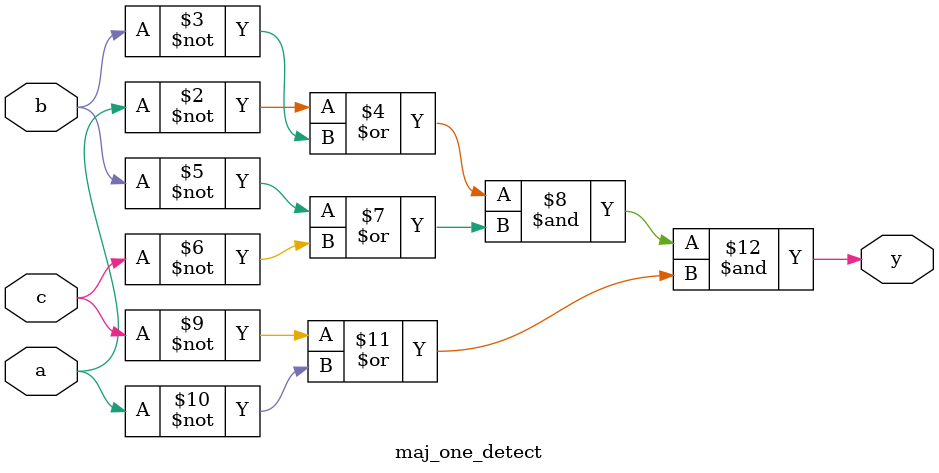
<source format=v>
module maj_one_detect (
    input a, b, c,
    output y
);

    always @(*) begin
        y = (~a | ~b) & (~b | ~c) & (~c | ~a);
    end
    
endmodule
</source>
